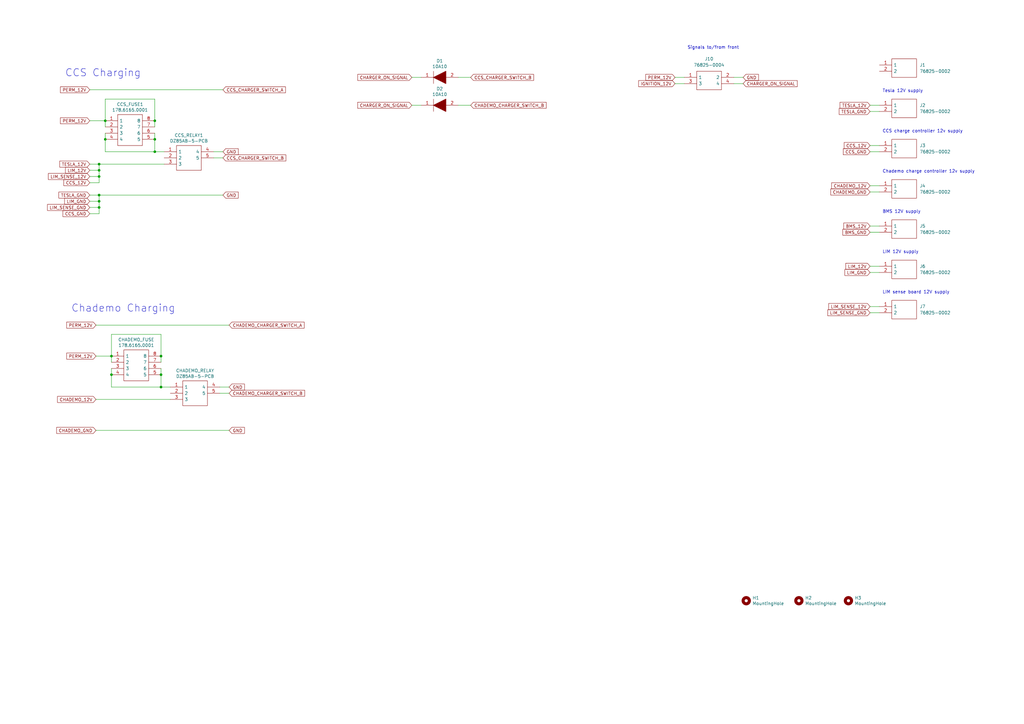
<source format=kicad_sch>
(kicad_sch (version 20230121) (generator eeschema)
  (paper "A3")
  (lib_symbols
    (symbol "Connector:178.6165.0001" (pin_names (offset 0.762))
      (property "Reference" "U" (at 16.51 7.62 0))
      (property "Value" "Connector_178.6165.0001" (at 16.51 5.08 0))
      (symbol "178.6165.0001_0_0"
        (pin passive line (at 0 0 0) (length 5.08) (name "1") (number "1"))
        (pin passive line (at 0 -2.54 0) (length 5.08) (name "2") (number "2"))
        (pin passive line (at 0 -5.08 0) (length 5.08) (name "3") (number "3"))
        (pin passive line (at 0 -7.62 0) (length 5.08) (name "4") (number "4"))
        (pin passive line (at 20.32 -7.62 180) (length 5.08) (name "5") (number "5"))
        (pin passive line (at 20.32 -5.08 180) (length 5.08) (name "6") (number "6"))
        (pin passive line (at 20.32 -2.54 180) (length 5.08) (name "7") (number "7"))
        (pin passive line (at 20.32 0 180) (length 5.08) (name "8") (number "8"))
      )
      (symbol "178.6165.0001_0_1"
        (polyline (pts (xy 5.08 2.54) (xy 15.24 2.54) (xy 15.24 -10.16) (xy 5.08 -10.16) (xy 5.08 2.54)) (stroke (width 0.1524)))
      )
    )
    (symbol "Connector:76825-0002" (pin_names (offset 0.762))
      (property "Reference" "J" (at 16.51 7.62 0))
      (property "Value" "76825-0002" (at 16.51 5.08 0))
      (symbol "76825-0002_0_0"
        (pin passive line (at 0 0 0) (length 5.08) (name "1") (number "1"))
        (pin passive line (at 0 -2.54 0) (length 5.08) (name "2") (number "2"))
      )
      (symbol "76825-0002_0_1"
        (polyline (pts (xy 5.08 2.54) (xy 15.24 2.54) (xy 15.24 -5.08) (xy 5.08 -5.08) (xy 5.08 2.54)) (stroke (width 0.1524)))
      )
    )
    (symbol "Connector:76825-0004" (pin_names (offset 0.762))
      (property "Reference" "J" (at 16.51 7.62 0))
      (property "Value" "76825-0004" (at 16.51 5.08 0))
      (symbol "76825-0004_0_0"
        (pin passive line (at 0 0 0) (length 5.08) (name "1") (number "1"))
        (pin passive line (at 20.32 0 180) (length 5.08) (name "2") (number "2"))
        (pin passive line (at 0 -2.54 0) (length 5.08) (name "3") (number "3"))
        (pin passive line (at 20.32 -2.54 180) (length 5.08) (name "4") (number "4"))
      )
      (symbol "76825-0004_0_1"
        (polyline (pts (xy 5.08 2.54) (xy 15.24 2.54) (xy 15.24 -5.08) (xy 5.08 -5.08) (xy 5.08 2.54)) (stroke (width 0.1524)))
      )
    )
    (symbol "DZ85AB-5-PCB:DZ85AB-5-PCB" (pin_names (offset 0.762))
      (property "Reference" "J" (at 16.51 7.62 0))
      (property "Value" "DZ85AB-5-PCB_DZ85AB-5-PCB" (at 16.51 5.08 0))
      (symbol "DZ85AB-5-PCB_0_0"
        (pin passive line (at 0 0 0) (length 5.08) (name "1") (number "1"))
        (pin passive line (at 0 -2.54 0) (length 5.08) (name "2") (number "2"))
        (pin passive line (at 0 -5.08 0) (length 5.08) (name "3") (number "3"))
        (pin passive line (at 20.32 0 180) (length 5.08) (name "4") (number "4"))
        (pin passive line (at 20.32 -2.54 180) (length 5.08) (name "5") (number "5"))
      )
      (symbol "DZ85AB-5-PCB_0_1"
        (polyline (pts (xy 5.08 2.54) (xy 15.24 2.54) (xy 15.24 -7.62) (xy 5.08 -7.62) (xy 5.08 2.54)) (stroke (width 0.1524)))
      )
    )
    (symbol "Diode:10A10" (pin_names (offset 0.762))
      (property "Reference" "D" (at 11.43 5.08 0))
      (property "Value" "Diode_10A10" (at 11.43 2.54 0))
      (symbol "10A10_0_0"
        (pin passive line (at 0 0 0) (length 5.08) (name "~") (number "1"))
        (pin passive line (at 15.24 0 180) (length 5.08) (name "~") (number "2"))
      )
      (symbol "10A10_0_1"
        (polyline (pts (xy 5.08 2.54) (xy 5.08 -2.54)) (stroke (width 0.1524)))
        (polyline (pts (xy 5.08 0) (xy 10.16 2.54) (xy 10.16 -2.54) (xy 5.08 0)) (stroke (width 0.254)) (fill (type outline)))
      )
    )
    (symbol "Mechanical:MountingHole" (pin_names (offset 1.016))
      (property "Reference" "H" (at 0 5.08 0))
      (property "Value" "MountingHole" (at 0 3.175 0))
      (symbol "MountingHole_0_1"
        (circle (center 0 0) (radius 1.27) (stroke (width 1.27)))
      )
    )
  )
  (junction (at 66.04 153.67))
  (junction (at 43.18 57.15))
  (junction (at 40.64 80.01))
  (junction (at 40.64 85.09))
  (junction (at 40.64 72.39))
  (junction (at 63.5 49.53))
  (junction (at 66.04 158.75))
  (junction (at 40.64 67.31))
  (junction (at 43.18 49.53))
  (junction (at 40.64 69.85))
  (junction (at 63.5 62.23))
  (junction (at 45.72 146.05))
  (junction (at 40.64 82.55))
  (junction (at 63.5 57.15))
  (junction (at 45.72 153.67))
  (junction (at 66.04 146.05))
  (wire (pts (xy 304.8 31.75) (xy 300.99 31.75)))
  (wire (pts (xy 187.96 31.75) (xy 193.04 31.75)))
  (wire (pts (xy 45.72 137.16) (xy 66.04 137.16)))
  (wire (pts (xy 356.87 45.72) (xy 360.68 45.72)))
  (wire (pts (xy 66.04 146.05) (xy 66.04 148.59)))
  (wire (pts (xy 63.5 62.23) (xy 67.31 62.23)))
  (wire (pts (xy 356.87 125.73) (xy 360.68 125.73)))
  (wire (pts (xy 356.87 128.27) (xy 360.68 128.27)))
  (wire (pts (xy 276.86 31.75) (xy 280.67 31.75)))
  (wire (pts (xy 36.83 36.83) (xy 91.44 36.83)))
  (wire (pts (xy 39.37 163.83) (xy 69.85 163.83)))
  (wire (pts (xy 36.83 82.55) (xy 40.64 82.55)))
  (wire (pts (xy 36.83 49.53) (xy 43.18 49.53)))
  (wire (pts (xy 187.96 43.18) (xy 193.04 43.18)))
  (wire (pts (xy 43.18 49.53) (xy 43.18 40.64)))
  (wire (pts (xy 43.18 57.15) (xy 43.18 62.23)))
  (wire (pts (xy 356.87 78.74) (xy 360.68 78.74)))
  (wire (pts (xy 356.87 62.23) (xy 360.68 62.23)))
  (wire (pts (xy 36.83 80.01) (xy 40.64 80.01)))
  (wire (pts (xy 40.64 80.01) (xy 91.44 80.01)))
  (wire (pts (xy 40.64 67.31) (xy 40.64 69.85)))
  (wire (pts (xy 304.8 34.29) (xy 300.99 34.29)))
  (wire (pts (xy 356.87 111.76) (xy 360.68 111.76)))
  (wire (pts (xy 40.64 80.01) (xy 40.64 82.55)))
  (wire (pts (xy 63.5 62.23) (xy 63.5 57.15)))
  (wire (pts (xy 356.87 43.18) (xy 360.68 43.18)))
  (wire (pts (xy 356.87 92.71) (xy 360.68 92.71)))
  (wire (pts (xy 66.04 158.75) (xy 69.85 158.75)))
  (wire (pts (xy 39.37 133.35) (xy 93.98 133.35)))
  (wire (pts (xy 40.64 72.39) (xy 40.64 74.93)))
  (wire (pts (xy 36.83 72.39) (xy 40.64 72.39)))
  (wire (pts (xy 36.83 74.93) (xy 40.64 74.93)))
  (wire (pts (xy 168.91 31.75) (xy 172.72 31.75)))
  (wire (pts (xy 93.98 158.75) (xy 90.17 158.75)))
  (wire (pts (xy 43.18 52.07) (xy 43.18 49.53)))
  (wire (pts (xy 36.83 69.85) (xy 40.64 69.85)))
  (wire (pts (xy 40.64 85.09) (xy 40.64 87.63)))
  (wire (pts (xy 36.83 85.09) (xy 40.64 85.09)))
  (wire (pts (xy 45.72 153.67) (xy 45.72 158.75)))
  (wire (pts (xy 63.5 49.53) (xy 63.5 52.07)))
  (wire (pts (xy 66.04 153.67) (xy 66.04 151.13)))
  (wire (pts (xy 168.91 43.18) (xy 172.72 43.18)))
  (wire (pts (xy 40.64 69.85) (xy 40.64 72.39)))
  (wire (pts (xy 36.83 67.31) (xy 40.64 67.31)))
  (wire (pts (xy 45.72 151.13) (xy 45.72 153.67)))
  (wire (pts (xy 43.18 62.23) (xy 63.5 62.23)))
  (wire (pts (xy 39.37 176.53) (xy 93.98 176.53)))
  (wire (pts (xy 87.63 64.77) (xy 91.44 64.77)))
  (wire (pts (xy 45.72 148.59) (xy 45.72 146.05)))
  (wire (pts (xy 66.04 137.16) (xy 66.04 146.05)))
  (wire (pts (xy 356.87 95.25) (xy 360.68 95.25)))
  (wire (pts (xy 45.72 146.05) (xy 45.72 137.16)))
  (wire (pts (xy 43.18 54.61) (xy 43.18 57.15)))
  (wire (pts (xy 36.83 87.63) (xy 40.64 87.63)))
  (wire (pts (xy 39.37 146.05) (xy 45.72 146.05)))
  (wire (pts (xy 63.5 40.64) (xy 63.5 49.53)))
  (wire (pts (xy 63.5 57.15) (xy 63.5 54.61)))
  (wire (pts (xy 66.04 158.75) (xy 66.04 153.67)))
  (wire (pts (xy 40.64 67.31) (xy 67.31 67.31)))
  (wire (pts (xy 356.87 109.22) (xy 360.68 109.22)))
  (wire (pts (xy 91.44 62.23) (xy 87.63 62.23)))
  (wire (pts (xy 276.86 34.29) (xy 280.67 34.29)))
  (wire (pts (xy 45.72 158.75) (xy 66.04 158.75)))
  (wire (pts (xy 40.64 82.55) (xy 40.64 85.09)))
  (wire (pts (xy 43.18 40.64) (xy 63.5 40.64)))
  (wire (pts (xy 90.17 161.29) (xy 93.98 161.29)))
  (wire (pts (xy 356.87 59.69) (xy 360.68 59.69)))
  (wire (pts (xy 356.87 76.2) (xy 360.68 76.2)))
  (text "Chademo Charging" (at 29.21 128.27 0) (effects (font (size 2.9972 2.9972)) (justify left bottom)))
  (text "LIM 12V supply" (at 361.95 104.14 0) (effects (font (size 1.27 1.27)) (justify left bottom)))
  (text "Chademo charge controller 12v supply" (at 361.95 71.12 0) (effects (font (size 1.27 1.27)) (justify left bottom)))
  (text "Signals to/from front" (at 281.94 20.32 0) (effects (font (size 1.27 1.27)) (justify left bottom)))
  (text "CCS Charging" (at 26.67 31.75 0) (effects (font (size 2.9972 2.9972)) (justify left bottom)))
  (text "Tesla 12V supply" (at 361.95 38.1 0) (effects (font (size 1.27 1.27)) (justify left bottom)))
  (text "LIM sense board 12V supply" (at 361.95 120.65 0) (effects (font (size 1.27 1.27)) (justify left bottom)))
  (text "BMS 12V supply" (at 361.95 87.63 0) (effects (font (size 1.27 1.27)) (justify left bottom)))
  (text "CCS charge controller 12v supply" (at 361.95 54.61 0) (effects (font (size 1.27 1.27)) (justify left bottom)))
  (global_label "GND" (shape input) (at 93.98 176.53 0) (property "Intersheetrefs" "${INTERSHEET_REFS}" (effects hide)))
  (global_label "CCS_GND" (shape input) (at 356.87 62.23 180) (property "Intersheetrefs" "${INTERSHEET_REFS}" (effects hide)))
  (global_label "CCS_CHARGER_SWITCH_B" (shape input) (at 91.44 64.77 0) (property "Intersheetrefs" "${INTERSHEET_REFS}" (effects hide)))
  (global_label "CCS_12V" (shape input) (at 36.83 74.93 180) (property "Intersheetrefs" "${INTERSHEET_REFS}" (effects hide)))
  (global_label "BMS_GND" (shape input) (at 356.87 95.25 180) (property "Intersheetrefs" "${INTERSHEET_REFS}" (effects hide)))
  (global_label "PERM_12V" (shape input) (at 39.37 133.35 180) (property "Intersheetrefs" "${INTERSHEET_REFS}" (effects hide)))
  (global_label "LIM_SENSE_12V" (shape input) (at 356.87 125.73 180) (property "Intersheetrefs" "${INTERSHEET_REFS}" (effects hide)))
  (global_label "LIM_12V" (shape input) (at 356.87 109.22 180) (property "Intersheetrefs" "${INTERSHEET_REFS}" (effects hide)))
  (global_label "PERM_12V" (shape input) (at 39.37 146.05 180) (property "Intersheetrefs" "${INTERSHEET_REFS}" (effects hide)))
  (global_label "PERM_12V" (shape input) (at 276.86 31.75 180) (property "Intersheetrefs" "${INTERSHEET_REFS}" (effects hide)))
  (global_label "LIM_GND" (shape input) (at 36.83 82.55 180) (property "Intersheetrefs" "${INTERSHEET_REFS}" (effects hide)))
  (global_label "PERM_12V" (shape input) (at 36.83 49.53 180) (property "Intersheetrefs" "${INTERSHEET_REFS}" (effects hide)))
  (global_label "LIM_SENSE_GND" (shape input) (at 356.87 128.27 180) (property "Intersheetrefs" "${INTERSHEET_REFS}" (effects hide)))
  (global_label "TESLA_GND" (shape input) (at 36.83 80.01 180) (property "Intersheetrefs" "${INTERSHEET_REFS}" (effects hide)))
  (global_label "CHADEMO_GND" (shape input) (at 39.37 176.53 180) (property "Intersheetrefs" "${INTERSHEET_REFS}" (effects hide)))
  (global_label "CHARGER_ON_SIGNAL" (shape input) (at 304.8 34.29 0) (property "Intersheetrefs" "${INTERSHEET_REFS}" (effects hide)))
  (global_label "GND" (shape input) (at 91.44 80.01 0) (property "Intersheetrefs" "${INTERSHEET_REFS}" (effects hide)))
  (global_label "CHADEMO_CHARGER_SWITCH_A" (shape input) (at 93.98 133.35 0) (property "Intersheetrefs" "${INTERSHEET_REFS}" (effects hide)))
  (global_label "TESLA_12V" (shape input) (at 356.87 43.18 180) (property "Intersheetrefs" "${INTERSHEET_REFS}" (effects hide)))
  (global_label "CHARGER_ON_SIGNAL" (shape input) (at 168.91 43.18 180) (property "Intersheetrefs" "${INTERSHEET_REFS}" (effects hide)))
  (global_label "CHARGER_ON_SIGNAL" (shape input) (at 168.91 31.75 180) (property "Intersheetrefs" "${INTERSHEET_REFS}" (effects hide)))
  (global_label "GND" (shape input) (at 91.44 62.23 0) (property "Intersheetrefs" "${INTERSHEET_REFS}" (effects hide)))
  (global_label "CHADEMO_GND" (shape input) (at 356.87 78.74 180) (property "Intersheetrefs" "${INTERSHEET_REFS}" (effects hide)))
  (global_label "CHADEMO_12V" (shape input) (at 356.87 76.2 180) (property "Intersheetrefs" "${INTERSHEET_REFS}" (effects hide)))
  (global_label "BMS_12V" (shape input) (at 356.87 92.71 180) (property "Intersheetrefs" "${INTERSHEET_REFS}" (effects hide)))
  (global_label "TESLA_12V" (shape input) (at 36.83 67.31 180) (property "Intersheetrefs" "${INTERSHEET_REFS}" (effects hide)))
  (global_label "CHADEMO_CHARGER_SWITCH_B" (shape input) (at 93.98 161.29 0) (property "Intersheetrefs" "${INTERSHEET_REFS}" (effects hide)))
  (global_label "PERM_12V" (shape input) (at 36.83 36.83 180) (property "Intersheetrefs" "${INTERSHEET_REFS}" (effects hide)))
  (global_label "LIM_12V" (shape input) (at 36.83 69.85 180) (property "Intersheetrefs" "${INTERSHEET_REFS}" (effects hide)))
  (global_label "LIM_GND" (shape input) (at 356.87 111.76 180) (property "Intersheetrefs" "${INTERSHEET_REFS}" (effects hide)))
  (global_label "CCS_12V" (shape input) (at 356.87 59.69 180) (property "Intersheetrefs" "${INTERSHEET_REFS}" (effects hide)))
  (global_label "GND" (shape input) (at 93.98 158.75 0) (property "Intersheetrefs" "${INTERSHEET_REFS}" (effects hide)))
  (global_label "CHADEMO_12V" (shape input) (at 39.37 163.83 180) (property "Intersheetrefs" "${INTERSHEET_REFS}" (effects hide)))
  (global_label "CCS_GND" (shape input) (at 36.83 87.63 180) (property "Intersheetrefs" "${INTERSHEET_REFS}" (effects hide)))
  (global_label "GND" (shape input) (at 304.8 31.75 0) (property "Intersheetrefs" "${INTERSHEET_REFS}" (effects hide)))
  (global_label "IGNITION_12V" (shape input) (at 276.86 34.29 180) (property "Intersheetrefs" "${INTERSHEET_REFS}" (effects hide)))
  (global_label "CHADEMO_CHARGER_SWITCH_B" (shape input) (at 193.04 43.18 0) (property "Intersheetrefs" "${INTERSHEET_REFS}" (effects hide)))
  (global_label "CCS_CHARGER_SWITCH_B" (shape input) (at 193.04 31.75 0) (property "Intersheetrefs" "${INTERSHEET_REFS}" (effects hide)))
  (global_label "LIM_SENSE_12V" (shape input) (at 36.83 72.39 180) (property "Intersheetrefs" "${INTERSHEET_REFS}" (effects hide)))
  (global_label "TESLA_GND" (shape input) (at 356.87 45.72 180) (property "Intersheetrefs" "${INTERSHEET_REFS}" (effects hide)))
  (global_label "CCS_CHARGER_SWITCH_A" (shape input) (at 91.44 36.83 0) (property "Intersheetrefs" "${INTERSHEET_REFS}" (effects hide)))
  (global_label "LIM_SENSE_GND" (shape input) (at 36.83 85.09 180) (property "Intersheetrefs" "${INTERSHEET_REFS}" (effects hide)))
  (symbol (lib_id "Connector:178.6165.0001") (at 43.18 49.53 0) (unit 1)
    (property "Reference" "CCS_FUSE1" (at 53.34 42.799 0))
    (property "Value" "178.6165.0001" (at 53.34 45.1104 0))
    (property "Footprint" "Socket:17861650001" (effects hide))
    (property "Datasheet" "https://www.mouser.com/datasheet/2/240/Littelfuse-Fuse-Holder-ATO-FLR-pcb-Datasheet-1317199.pdf" (effects hide))
    (property "Description" "FLR PCB FUSE HOLDER FOR ATO STYLE BLADE FUSE RATED 58V" (effects hide))
    (property "Height" "17.5" (effects hide))
    (property "Manufacturer_Name" "LITTELFUSE" (effects hide))
    (property "Manufacturer_Part_Number" "178.6165.0001" (effects hide))
    (property "Mouser Part Number" "576-178.6165.0001" (effects hide))
    (property "Mouser Price/Stock" "https://www.mouser.co.uk/ProductDetail/Littelfuse/17861650001?qs=CSLd874fYV1KI1oBGU5EQg%3D%3D" (effects hide))
    (property "Arrow Part Number" "178.6165.0001" (effects hide))
    (property "Arrow Price/Stock" "https://www.arrow.com/en/products/178.6165.0001/littelfuse" (effects hide))
  )
  (symbol (lib_id "DZ85AB-5-PCB:DZ85AB-5-PCB") (at 67.31 62.23 0) (unit 1)
    (property "Reference" "CCS_RELAY1" (at 77.47 55.499 0))
    (property "Value" "DZ85AB-5-PCB" (at 77.47 57.8104 0))
    (property "Footprint" "Socket:DZ85AB5PCB" (effects hide))
    (property "Datasheet" "https://componentsearchengine.com/Datasheets/2/DZ85AB-5-PCB.pdf" (effects hide))
    (property "Description" "Durakool 1 Pin Relay Socket, Plug In for use with Various Series" (effects hide))
    (property "Height" "14.5" (effects hide))
    (property "Manufacturer_Name" "DURAKOOL" (effects hide))
    (property "Manufacturer_Part_Number" "DZ85AB-5-PCB" (effects hide))
  )
  (symbol (lib_id "Diode:10A10") (at 172.72 31.75 0) (unit 1)
    (property "Reference" "D1" (at 180.34 24.9682 0))
    (property "Value" "10A10" (at 180.34 27.2796 0))
    (property "Footprint" "Diode_THT:DIOAD1165W56L425D185" (effects hide))
    (property "Datasheet" "https://www.rectron.com/data_sheets/10a05-10a10.pdf" (effects hide))
    (property "Description" "10A10" (effects hide))
    (property "Manufacturer_Name" "Rectron" (effects hide))
    (property "Manufacturer_Part_Number" "10A10" (effects hide))
    (property "Arrow Part Number" "10A10" (effects hide))
    (property "Arrow Price/Stock" "https://www.arrow.com/en/products/10a10/rectron" (effects hide))
  )
  (symbol (lib_id "Mechanical:MountingHole") (at 306.07 246.38 0) (unit 1)
    (property "Reference" "H1" (at 308.61 245.2116 0) (effects (justify left)))
    (property "Value" "MountingHole" (at 308.61 247.523 0) (effects (justify left)))
    (property "Footprint" "MountingHole:MountingHole_3mm" (effects hide))
  )
  (symbol (lib_id "Mechanical:MountingHole") (at 327.66 246.38 0) (unit 1)
    (property "Reference" "H2" (at 330.2 245.2116 0) (effects (justify left)))
    (property "Value" "MountingHole" (at 330.2 247.523 0) (effects (justify left)))
    (property "Footprint" "MountingHole:MountingHole_3mm" (effects hide))
  )
  (symbol (lib_id "Mechanical:MountingHole") (at 347.98 246.38 0) (unit 1)
    (property "Reference" "H3" (at 350.52 245.2116 0) (effects (justify left)))
    (property "Value" "MountingHole" (at 350.52 247.523 0) (effects (justify left)))
    (property "Footprint" "MountingHole:MountingHole_3mm" (effects hide))
  )
  (symbol (lib_id "Connector:76825-0002") (at 360.68 109.22 0) (unit 1)
    (property "Reference" "J6" (at 377.19 109.2199 0) (effects (justify left)))
    (property "Value" "76825-0002" (at 377.19 111.7599 0) (effects (justify left)))
    (property "Footprint" "768250002" (effects hide))
    (property "Datasheet" "https://www.molex.com/pdm_docs/sd/768250002_sd.pdf" (effects hide))
    (property "Description" "MOLEX - 76825-0002 - CONNECTOR, HEADER, 2POS, 2ROW, 5.7MM" (effects hide))
    (property "Height" "14" (effects hide))
    (property "Manufacturer_Name" "Molex" (effects hide))
    (property "Manufacturer_Part_Number" "76825-0002" (effects hide))
    (property "Mouser Part Number" "538-76825-0002" (effects hide))
    (property "Mouser Price/Stock" "https://www.mouser.co.uk/ProductDetail/Molex/76825-0002?qs=KpdAywxU011SrMvnYgR78w%3D%3D" (effects hide))
  )
  (symbol (lib_id "Connector:178.6165.0001") (at 45.72 146.05 0) (unit 1)
    (property "Reference" "CHADEMO_FUSE" (at 55.88 139.319 0))
    (property "Value" "178.6165.0001" (at 55.88 141.6304 0))
    (property "Footprint" "Socket:17861650001" (effects hide))
    (property "Datasheet" "https://www.mouser.com/datasheet/2/240/Littelfuse-Fuse-Holder-ATO-FLR-pcb-Datasheet-1317199.pdf" (effects hide))
    (property "Description" "FLR PCB FUSE HOLDER FOR ATO STYLE BLADE FUSE RATED 58V" (effects hide))
    (property "Height" "17.5" (effects hide))
    (property "Manufacturer_Name" "LITTELFUSE" (effects hide))
    (property "Manufacturer_Part_Number" "178.6165.0001" (effects hide))
    (property "Mouser Part Number" "576-178.6165.0001" (effects hide))
    (property "Mouser Price/Stock" "https://www.mouser.co.uk/ProductDetail/Littelfuse/17861650001?qs=CSLd874fYV1KI1oBGU5EQg%3D%3D" (effects hide))
    (property "Arrow Part Number" "178.6165.0001" (effects hide))
    (property "Arrow Price/Stock" "https://www.arrow.com/en/products/178.6165.0001/littelfuse" (effects hide))
  )
  (symbol (lib_id "Connector:76825-0002") (at 360.68 26.67 0) (unit 1)
    (property "Reference" "J1" (at 377.19 26.6699 0) (effects (justify left)))
    (property "Value" "76825-0002" (at 377.19 29.2099 0) (effects (justify left)))
    (property "Footprint" "768250002" (effects hide))
    (property "Datasheet" "https://www.molex.com/pdm_docs/sd/768250002_sd.pdf" (effects hide))
    (property "Description" "MOLEX - 76825-0002 - CONNECTOR, HEADER, 2POS, 2ROW, 5.7MM" (effects hide))
    (property "Height" "14" (effects hide))
    (property "Manufacturer_Name" "Molex" (effects hide))
    (property "Manufacturer_Part_Number" "76825-0002" (effects hide))
    (property "Mouser Part Number" "538-76825-0002" (effects hide))
    (property "Mouser Price/Stock" "https://www.mouser.co.uk/ProductDetail/Molex/76825-0002?qs=KpdAywxU011SrMvnYgR78w%3D%3D" (effects hide))
  )
  (symbol (lib_id "DZ85AB-5-PCB:DZ85AB-5-PCB") (at 69.85 158.75 0) (unit 1)
    (property "Reference" "CHADEMO_RELAY" (at 80.01 152.019 0))
    (property "Value" "DZ85AB-5-PCB" (at 80.01 154.3304 0))
    (property "Footprint" "Socket:DZ85AB5PCB" (effects hide))
    (property "Datasheet" "https://componentsearchengine.com/Datasheets/2/DZ85AB-5-PCB.pdf" (effects hide))
    (property "Description" "Durakool 1 Pin Relay Socket, Plug In for use with Various Series" (effects hide))
    (property "Height" "14.5" (effects hide))
    (property "Manufacturer_Name" "DURAKOOL" (effects hide))
    (property "Manufacturer_Part_Number" "DZ85AB-5-PCB" (effects hide))
  )
  (symbol (lib_id "Connector:76825-0002") (at 360.68 92.71 0) (unit 1)
    (property "Reference" "J5" (at 377.19 92.7099 0) (effects (justify left)))
    (property "Value" "76825-0002" (at 377.19 95.2499 0) (effects (justify left)))
    (property "Footprint" "768250002" (effects hide))
    (property "Datasheet" "https://www.molex.com/pdm_docs/sd/768250002_sd.pdf" (effects hide))
    (property "Description" "MOLEX - 76825-0002 - CONNECTOR, HEADER, 2POS, 2ROW, 5.7MM" (effects hide))
    (property "Height" "14" (effects hide))
    (property "Manufacturer_Name" "Molex" (effects hide))
    (property "Manufacturer_Part_Number" "76825-0002" (effects hide))
    (property "Mouser Part Number" "538-76825-0002" (effects hide))
    (property "Mouser Price/Stock" "https://www.mouser.co.uk/ProductDetail/Molex/76825-0002?qs=KpdAywxU011SrMvnYgR78w%3D%3D" (effects hide))
  )
  (symbol (lib_id "Connector:76825-0002") (at 360.68 43.18 0) (unit 1)
    (property "Reference" "J2" (at 377.19 43.1799 0) (effects (justify left)))
    (property "Value" "76825-0002" (at 377.19 45.7199 0) (effects (justify left)))
    (property "Footprint" "768250002" (effects hide))
    (property "Datasheet" "https://www.molex.com/pdm_docs/sd/768250002_sd.pdf" (effects hide))
    (property "Description" "MOLEX - 76825-0002 - CONNECTOR, HEADER, 2POS, 2ROW, 5.7MM" (effects hide))
    (property "Height" "14" (effects hide))
    (property "Manufacturer_Name" "Molex" (effects hide))
    (property "Manufacturer_Part_Number" "76825-0002" (effects hide))
    (property "Mouser Part Number" "538-76825-0002" (effects hide))
    (property "Mouser Price/Stock" "https://www.mouser.co.uk/ProductDetail/Molex/76825-0002?qs=KpdAywxU011SrMvnYgR78w%3D%3D" (effects hide))
  )
  (symbol (lib_id "Connector:76825-0002") (at 360.68 59.69 0) (unit 1)
    (property "Reference" "J3" (at 377.19 59.6899 0) (effects (justify left)))
    (property "Value" "76825-0002" (at 377.19 62.2299 0) (effects (justify left)))
    (property "Footprint" "768250002" (effects hide))
    (property "Datasheet" "https://www.molex.com/pdm_docs/sd/768250002_sd.pdf" (effects hide))
    (property "Description" "MOLEX - 76825-0002 - CONNECTOR, HEADER, 2POS, 2ROW, 5.7MM" (effects hide))
    (property "Height" "14" (effects hide))
    (property "Manufacturer_Name" "Molex" (effects hide))
    (property "Manufacturer_Part_Number" "76825-0002" (effects hide))
    (property "Mouser Part Number" "538-76825-0002" (effects hide))
    (property "Mouser Price/Stock" "https://www.mouser.co.uk/ProductDetail/Molex/76825-0002?qs=KpdAywxU011SrMvnYgR78w%3D%3D" (effects hide))
  )
  (symbol (lib_id "Connector:76825-0004") (at 280.67 31.75 0) (unit 1)
    (property "Reference" "J10" (at 290.83 24.13 0))
    (property "Value" "76825-0004" (at 290.83 26.67 0))
    (property "Footprint" "768250004" (effects hide))
    (property "Datasheet" "https://www.molex.com/pdm_docs/sd/768250004_sd.pdf" (effects hide))
    (property "Description" "MOLEX - 76825-0004. - CONNECTOR, HEADER, 4POS, 2ROW, 5.7MM" (effects hide))
    (property "Height" "16" (effects hide))
    (property "Manufacturer_Name" "Molex" (effects hide))
    (property "Manufacturer_Part_Number" "76825-0004" (effects hide))
    (property "Mouser Part Number" "538-76825-0004" (effects hide))
    (property "Mouser Price/Stock" "https://www.mouser.co.uk/ProductDetail/Molex/76825-0004?qs=KpdAywxU013PSLJUUaOgIg%3D%3D" (effects hide))
  )
  (symbol (lib_id "Diode:10A10") (at 172.72 43.18 0) (unit 1)
    (property "Reference" "D2" (at 180.34 36.3982 0))
    (property "Value" "10A10" (at 180.34 38.7096 0))
    (property "Footprint" "Diode_THT:DIOAD1165W56L425D185" (effects hide))
    (property "Datasheet" "https://www.rectron.com/data_sheets/10a05-10a10.pdf" (effects hide))
    (property "Description" "10A10" (effects hide))
    (property "Manufacturer_Name" "Rectron" (effects hide))
    (property "Manufacturer_Part_Number" "10A10" (effects hide))
    (property "Arrow Part Number" "10A10" (effects hide))
    (property "Arrow Price/Stock" "https://www.arrow.com/en/products/10a10/rectron" (effects hide))
  )
  (symbol (lib_id "Connector:76825-0002") (at 360.68 76.2 0) (unit 1)
    (property "Reference" "J4" (at 377.19 76.1999 0) (effects (justify left)))
    (property "Value" "76825-0002" (at 377.19 78.7399 0) (effects (justify left)))
    (property "Footprint" "768250002" (effects hide))
    (property "Datasheet" "https://www.molex.com/pdm_docs/sd/768250002_sd.pdf" (effects hide))
    (property "Description" "MOLEX - 76825-0002 - CONNECTOR, HEADER, 2POS, 2ROW, 5.7MM" (effects hide))
    (property "Height" "14" (effects hide))
    (property "Manufacturer_Name" "Molex" (effects hide))
    (property "Manufacturer_Part_Number" "76825-0002" (effects hide))
    (property "Mouser Part Number" "538-76825-0002" (effects hide))
    (property "Mouser Price/Stock" "https://www.mouser.co.uk/ProductDetail/Molex/76825-0002?qs=KpdAywxU011SrMvnYgR78w%3D%3D" (effects hide))
  )
  (symbol (lib_id "Connector:76825-0002") (at 360.68 125.73 0) (unit 1)
    (property "Reference" "J7" (at 377.19 125.7299 0) (effects (justify left)))
    (property "Value" "76825-0002" (at 377.19 128.2699 0) (effects (justify left)))
    (property "Footprint" "768250002" (effects hide))
    (property "Datasheet" "https://www.molex.com/pdm_docs/sd/768250002_sd.pdf" (effects hide))
    (property "Description" "MOLEX - 76825-0002 - CONNECTOR, HEADER, 2POS, 2ROW, 5.7MM" (effects hide))
    (property "Height" "14" (effects hide))
    (property "Manufacturer_Name" "Molex" (effects hide))
    (property "Manufacturer_Part_Number" "76825-0002" (effects hide))
    (property "Mouser Part Number" "538-76825-0002" (effects hide))
    (property "Mouser Price/Stock" "https://www.mouser.co.uk/ProductDetail/Molex/76825-0002?qs=KpdAywxU011SrMvnYgR78w%3D%3D" (effects hide))
  )
)
</source>
